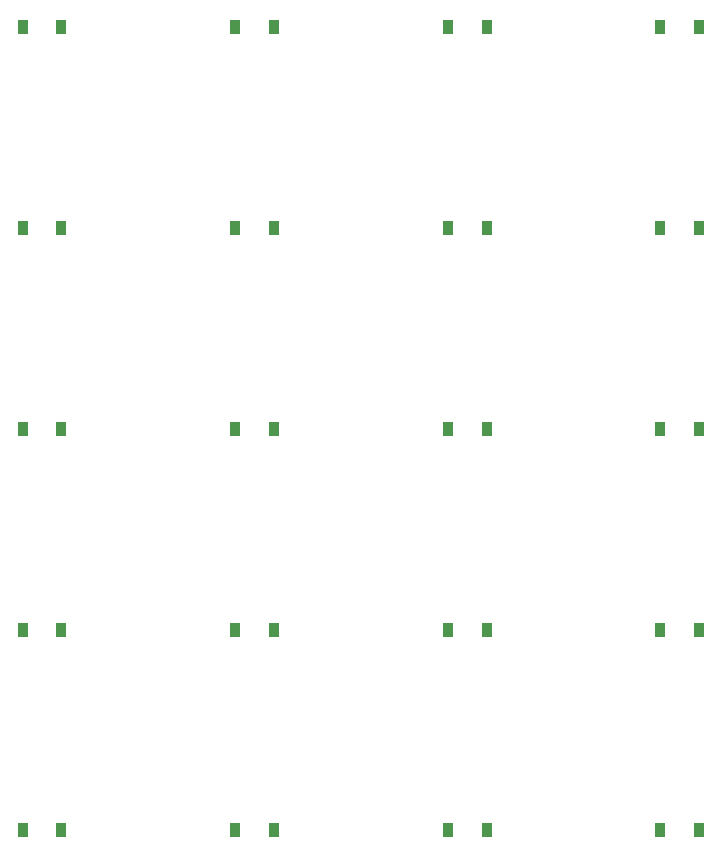
<source format=gbr>
%TF.GenerationSoftware,KiCad,Pcbnew,(6.0.4)*%
%TF.CreationDate,2022-07-18T01:28:08-04:00*%
%TF.ProjectId,lisa,6c697361-2e6b-4696-9361-645f70636258,v1.0.0*%
%TF.SameCoordinates,Original*%
%TF.FileFunction,Paste,Bot*%
%TF.FilePolarity,Positive*%
%FSLAX46Y46*%
G04 Gerber Fmt 4.6, Leading zero omitted, Abs format (unit mm)*
G04 Created by KiCad (PCBNEW (6.0.4)) date 2022-07-18 01:28:08*
%MOMM*%
%LPD*%
G01*
G04 APERTURE LIST*
%ADD10R,0.900000X1.200000*%
G04 APERTURE END LIST*
D10*
%TO.C,D1*%
X-1650000Y-4500000D03*
X1650000Y-4500000D03*
%TD*%
%TO.C,D2*%
X-1650000Y12500000D03*
X1650000Y12500000D03*
%TD*%
%TO.C,D3*%
X-1650000Y29500000D03*
X1650000Y29500000D03*
%TD*%
%TO.C,D4*%
X-1650000Y46500000D03*
X1650000Y46500000D03*
%TD*%
%TO.C,D5*%
X-1650000Y63500000D03*
X1650000Y63500000D03*
%TD*%
%TO.C,D6*%
X16350000Y-4500000D03*
X19650000Y-4500000D03*
%TD*%
%TO.C,D7*%
X16350000Y12500000D03*
X19650000Y12500000D03*
%TD*%
%TO.C,D8*%
X16350000Y29500000D03*
X19650000Y29500000D03*
%TD*%
%TO.C,D9*%
X16350000Y46500000D03*
X19650000Y46500000D03*
%TD*%
%TO.C,D10*%
X16350000Y63500000D03*
X19650000Y63500000D03*
%TD*%
%TO.C,D11*%
X34350000Y-4500000D03*
X37650000Y-4500000D03*
%TD*%
%TO.C,D12*%
X34350000Y12500000D03*
X37650000Y12500000D03*
%TD*%
%TO.C,D13*%
X34350000Y29500000D03*
X37650000Y29500000D03*
%TD*%
%TO.C,D14*%
X34350000Y46500000D03*
X37650000Y46500000D03*
%TD*%
%TO.C,D15*%
X34350000Y63500000D03*
X37650000Y63500000D03*
%TD*%
%TO.C,D16*%
X52350000Y-4500000D03*
X55650000Y-4500000D03*
%TD*%
%TO.C,D17*%
X52350000Y12500000D03*
X55650000Y12500000D03*
%TD*%
%TO.C,D18*%
X52350000Y29500000D03*
X55650000Y29500000D03*
%TD*%
%TO.C,D19*%
X52350000Y46500000D03*
X55650000Y46500000D03*
%TD*%
%TO.C,D20*%
X52350000Y63500000D03*
X55650000Y63500000D03*
%TD*%
M02*

</source>
